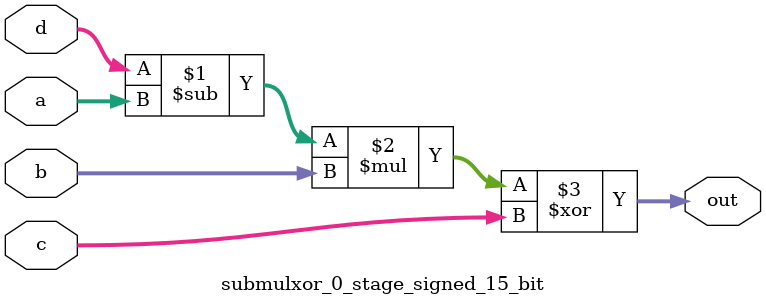
<source format=sv>
(* use_dsp = "yes" *) module submulxor_0_stage_signed_15_bit(
	input signed [14:0] a,
	input signed [14:0] b,
	input signed [14:0] c,
	input signed [14:0] d,
	output [14:0] out
	);

	assign out = ((d - a) * b) ^ c;
endmodule

</source>
